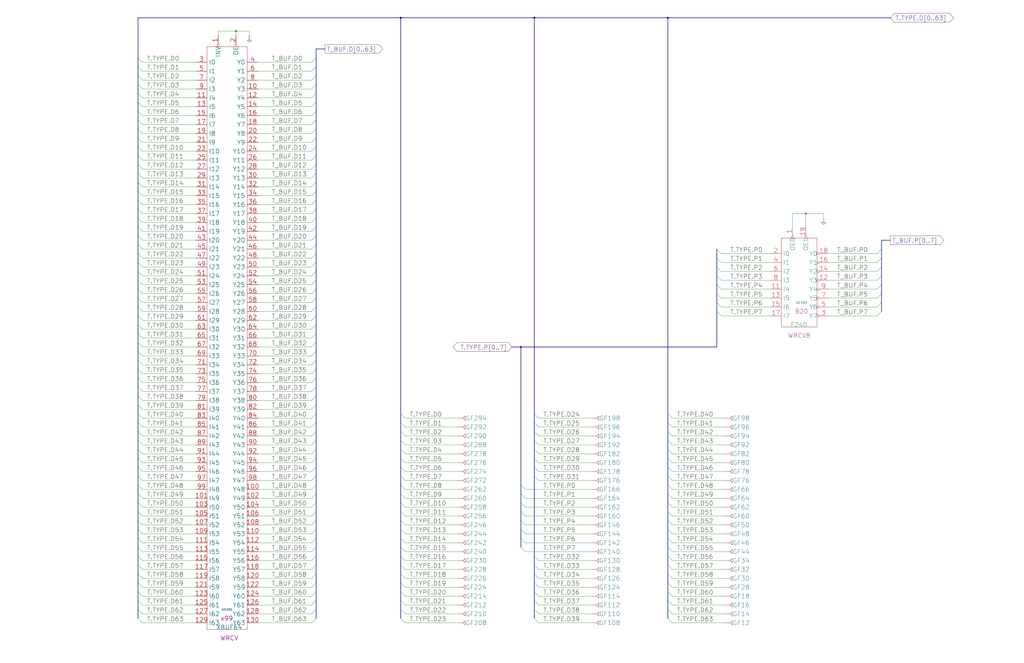
<source format=kicad_sch>
(kicad_sch (version 20211123) (generator eeschema)
  (paper "User" 584.2 378.46)
  (title_block (title "WRITE DATA REGISTER\\nINPUT BUFFER") (date "15-MAR-90") (rev "1.0") (comment 1 "TYPE") (comment 2 "232-003062") (comment 3 "S400") (comment 4 "RELEASED"))
  (bus (pts (xy 180.34 104.14) (xy 180.34 109.22)))
  (bus (pts (xy 180.34 109.22) (xy 180.34 114.3)))
  (bus (pts (xy 180.34 114.3) (xy 180.34 119.38)))
  (bus (pts (xy 180.34 119.38) (xy 180.34 124.46)))
  (bus (pts (xy 180.34 124.46) (xy 180.34 129.54)))
  (bus (pts (xy 180.34 129.54) (xy 180.34 134.62)))
  (bus (pts (xy 180.34 134.62) (xy 180.34 139.7)))
  (bus (pts (xy 180.34 139.7) (xy 180.34 144.78)))
  (bus (pts (xy 180.34 144.78) (xy 180.34 149.86)))
  (bus (pts (xy 180.34 149.86) (xy 180.34 154.94)))
  (bus (pts (xy 180.34 154.94) (xy 180.34 160.02)))
  (bus (pts (xy 180.34 160.02) (xy 180.34 165.1)))
  (bus (pts (xy 180.34 165.1) (xy 180.34 170.18)))
  (bus (pts (xy 180.34 170.18) (xy 180.34 175.26)))
  (bus (pts (xy 180.34 175.26) (xy 180.34 180.34)))
  (bus (pts (xy 180.34 180.34) (xy 180.34 185.42)))
  (bus (pts (xy 180.34 185.42) (xy 180.34 190.5)))
  (bus (pts (xy 180.34 190.5) (xy 180.34 195.58)))
  (bus (pts (xy 180.34 195.58) (xy 180.34 200.66)))
  (bus (pts (xy 180.34 200.66) (xy 180.34 205.74)))
  (bus (pts (xy 180.34 205.74) (xy 180.34 210.82)))
  (bus (pts (xy 180.34 210.82) (xy 180.34 215.9)))
  (bus (pts (xy 180.34 215.9) (xy 180.34 220.98)))
  (bus (pts (xy 180.34 220.98) (xy 180.34 226.06)))
  (bus (pts (xy 180.34 226.06) (xy 180.34 231.14)))
  (bus (pts (xy 180.34 231.14) (xy 180.34 236.22)))
  (bus (pts (xy 180.34 236.22) (xy 180.34 241.3)))
  (bus (pts (xy 180.34 241.3) (xy 180.34 246.38)))
  (bus (pts (xy 180.34 246.38) (xy 180.34 251.46)))
  (bus (pts (xy 180.34 251.46) (xy 180.34 256.54)))
  (bus (pts (xy 180.34 256.54) (xy 180.34 261.62)))
  (bus (pts (xy 180.34 261.62) (xy 180.34 266.7)))
  (bus (pts (xy 180.34 266.7) (xy 180.34 271.78)))
  (bus (pts (xy 180.34 27.94) (xy 180.34 33.02)))
  (bus (pts (xy 180.34 271.78) (xy 180.34 276.86)))
  (bus (pts (xy 180.34 276.86) (xy 180.34 281.94)))
  (bus (pts (xy 180.34 281.94) (xy 180.34 287.02)))
  (bus (pts (xy 180.34 287.02) (xy 180.34 292.1)))
  (bus (pts (xy 180.34 292.1) (xy 180.34 297.18)))
  (bus (pts (xy 180.34 297.18) (xy 180.34 302.26)))
  (bus (pts (xy 180.34 302.26) (xy 180.34 307.34)))
  (bus (pts (xy 180.34 307.34) (xy 180.34 312.42)))
  (bus (pts (xy 180.34 312.42) (xy 180.34 317.5)))
  (bus (pts (xy 180.34 317.5) (xy 180.34 322.58)))
  (bus (pts (xy 180.34 322.58) (xy 180.34 327.66)))
  (bus (pts (xy 180.34 327.66) (xy 180.34 332.74)))
  (bus (pts (xy 180.34 33.02) (xy 180.34 38.1)))
  (bus (pts (xy 180.34 332.74) (xy 180.34 337.82)))
  (bus (pts (xy 180.34 337.82) (xy 180.34 342.9)))
  (bus (pts (xy 180.34 342.9) (xy 180.34 347.98)))
  (bus (pts (xy 180.34 347.98) (xy 180.34 353.06)))
  (bus (pts (xy 180.34 38.1) (xy 180.34 43.18)))
  (bus (pts (xy 180.34 43.18) (xy 180.34 48.26)))
  (bus (pts (xy 180.34 48.26) (xy 180.34 53.34)))
  (bus (pts (xy 180.34 53.34) (xy 180.34 58.42)))
  (bus (pts (xy 180.34 58.42) (xy 180.34 63.5)))
  (bus (pts (xy 180.34 63.5) (xy 180.34 68.58)))
  (bus (pts (xy 180.34 68.58) (xy 180.34 73.66)))
  (bus (pts (xy 180.34 73.66) (xy 180.34 78.74)))
  (bus (pts (xy 180.34 78.74) (xy 180.34 83.82)))
  (bus (pts (xy 180.34 83.82) (xy 180.34 88.9)))
  (bus (pts (xy 180.34 88.9) (xy 180.34 93.98)))
  (bus (pts (xy 180.34 93.98) (xy 180.34 99.06)))
  (bus (pts (xy 180.34 99.06) (xy 180.34 104.14)))
  (bus (pts (xy 185.42 27.94) (xy 180.34 27.94)))
  (bus (pts (xy 228.6 10.16) (xy 228.6 236.22)))
  (bus (pts (xy 228.6 10.16) (xy 78.74 10.16)))
  (bus (pts (xy 228.6 236.22) (xy 228.6 241.3)))
  (bus (pts (xy 228.6 241.3) (xy 228.6 246.38)))
  (bus (pts (xy 228.6 246.38) (xy 228.6 251.46)))
  (bus (pts (xy 228.6 251.46) (xy 228.6 256.54)))
  (bus (pts (xy 228.6 256.54) (xy 228.6 261.62)))
  (bus (pts (xy 228.6 261.62) (xy 228.6 266.7)))
  (bus (pts (xy 228.6 266.7) (xy 228.6 271.78)))
  (bus (pts (xy 228.6 271.78) (xy 228.6 276.86)))
  (bus (pts (xy 228.6 276.86) (xy 228.6 281.94)))
  (bus (pts (xy 228.6 281.94) (xy 228.6 287.02)))
  (bus (pts (xy 228.6 287.02) (xy 228.6 292.1)))
  (bus (pts (xy 228.6 292.1) (xy 228.6 297.18)))
  (bus (pts (xy 228.6 297.18) (xy 228.6 302.26)))
  (bus (pts (xy 228.6 302.26) (xy 228.6 307.34)))
  (bus (pts (xy 228.6 307.34) (xy 228.6 312.42)))
  (bus (pts (xy 228.6 312.42) (xy 228.6 317.5)))
  (bus (pts (xy 228.6 317.5) (xy 228.6 322.58)))
  (bus (pts (xy 228.6 322.58) (xy 228.6 327.66)))
  (bus (pts (xy 228.6 327.66) (xy 228.6 332.74)))
  (bus (pts (xy 228.6 332.74) (xy 228.6 337.82)))
  (bus (pts (xy 228.6 337.82) (xy 228.6 342.9)))
  (bus (pts (xy 228.6 342.9) (xy 228.6 347.98)))
  (bus (pts (xy 228.6 347.98) (xy 228.6 353.06)))
  (bus (pts (xy 292.1 198.12) (xy 297.18 198.12)))
  (bus (pts (xy 297.18 198.12) (xy 297.18 276.86)))
  (bus (pts (xy 297.18 198.12) (xy 408.94 198.12)))
  (bus (pts (xy 297.18 276.86) (xy 297.18 281.94)))
  (bus (pts (xy 297.18 281.94) (xy 297.18 287.02)))
  (bus (pts (xy 297.18 287.02) (xy 297.18 292.1)))
  (bus (pts (xy 297.18 292.1) (xy 297.18 297.18)))
  (bus (pts (xy 297.18 297.18) (xy 297.18 302.26)))
  (bus (pts (xy 297.18 302.26) (xy 297.18 307.34)))
  (bus (pts (xy 297.18 307.34) (xy 297.18 312.42)))
  (bus (pts (xy 304.8 10.16) (xy 228.6 10.16)))
  (bus (pts (xy 304.8 10.16) (xy 304.8 236.22)))
  (bus (pts (xy 304.8 236.22) (xy 304.8 241.3)))
  (bus (pts (xy 304.8 241.3) (xy 304.8 246.38)))
  (bus (pts (xy 304.8 246.38) (xy 304.8 251.46)))
  (bus (pts (xy 304.8 251.46) (xy 304.8 256.54)))
  (bus (pts (xy 304.8 256.54) (xy 304.8 261.62)))
  (bus (pts (xy 304.8 261.62) (xy 304.8 266.7)))
  (bus (pts (xy 304.8 266.7) (xy 304.8 271.78)))
  (bus (pts (xy 304.8 271.78) (xy 304.8 317.5)))
  (bus (pts (xy 304.8 317.5) (xy 304.8 322.58)))
  (bus (pts (xy 304.8 322.58) (xy 304.8 327.66)))
  (bus (pts (xy 304.8 327.66) (xy 304.8 332.74)))
  (bus (pts (xy 304.8 332.74) (xy 304.8 337.82)))
  (bus (pts (xy 304.8 337.82) (xy 304.8 342.9)))
  (bus (pts (xy 304.8 342.9) (xy 304.8 347.98)))
  (bus (pts (xy 304.8 347.98) (xy 304.8 353.06)))
  (bus (pts (xy 381 10.16) (xy 304.8 10.16)))
  (bus (pts (xy 381 10.16) (xy 381 236.22)))
  (bus (pts (xy 381 236.22) (xy 381 241.3)))
  (bus (pts (xy 381 241.3) (xy 381 246.38)))
  (bus (pts (xy 381 246.38) (xy 381 251.46)))
  (bus (pts (xy 381 251.46) (xy 381 256.54)))
  (bus (pts (xy 381 256.54) (xy 381 261.62)))
  (bus (pts (xy 381 261.62) (xy 381 266.7)))
  (bus (pts (xy 381 266.7) (xy 381 271.78)))
  (bus (pts (xy 381 271.78) (xy 381 276.86)))
  (bus (pts (xy 381 276.86) (xy 381 281.94)))
  (bus (pts (xy 381 281.94) (xy 381 287.02)))
  (bus (pts (xy 381 287.02) (xy 381 292.1)))
  (bus (pts (xy 381 292.1) (xy 381 297.18)))
  (bus (pts (xy 381 297.18) (xy 381 302.26)))
  (bus (pts (xy 381 302.26) (xy 381 307.34)))
  (bus (pts (xy 381 307.34) (xy 381 312.42)))
  (bus (pts (xy 381 312.42) (xy 381 317.5)))
  (bus (pts (xy 381 317.5) (xy 381 322.58)))
  (bus (pts (xy 381 322.58) (xy 381 327.66)))
  (bus (pts (xy 381 327.66) (xy 381 332.74)))
  (bus (pts (xy 381 332.74) (xy 381 337.82)))
  (bus (pts (xy 381 337.82) (xy 381 342.9)))
  (bus (pts (xy 381 342.9) (xy 381 347.98)))
  (bus (pts (xy 381 347.98) (xy 381 353.06)))
  (bus (pts (xy 408.94 142.24) (xy 408.94 147.32)))
  (bus (pts (xy 408.94 147.32) (xy 408.94 152.4)))
  (bus (pts (xy 408.94 152.4) (xy 408.94 157.48)))
  (bus (pts (xy 408.94 157.48) (xy 408.94 162.56)))
  (bus (pts (xy 408.94 162.56) (xy 408.94 167.64)))
  (bus (pts (xy 408.94 167.64) (xy 408.94 172.72)))
  (bus (pts (xy 408.94 172.72) (xy 408.94 177.8)))
  (bus (pts (xy 408.94 177.8) (xy 408.94 198.12)))
  (bus (pts (xy 502.92 137.16) (xy 502.92 142.24)))
  (bus (pts (xy 502.92 137.16) (xy 508 137.16)))
  (bus (pts (xy 502.92 142.24) (xy 502.92 147.32)))
  (bus (pts (xy 502.92 147.32) (xy 502.92 152.4)))
  (bus (pts (xy 502.92 152.4) (xy 502.92 157.48)))
  (bus (pts (xy 502.92 157.48) (xy 502.92 162.56)))
  (bus (pts (xy 502.92 162.56) (xy 502.92 167.64)))
  (bus (pts (xy 502.92 167.64) (xy 502.92 172.72)))
  (bus (pts (xy 502.92 172.72) (xy 502.92 177.8)))
  (bus (pts (xy 508 10.16) (xy 381 10.16)))
  (bus (pts (xy 78.74 10.16) (xy 78.74 33.02)))
  (bus (pts (xy 78.74 104.14) (xy 78.74 109.22)))
  (bus (pts (xy 78.74 109.22) (xy 78.74 114.3)))
  (bus (pts (xy 78.74 114.3) (xy 78.74 119.38)))
  (bus (pts (xy 78.74 119.38) (xy 78.74 124.46)))
  (bus (pts (xy 78.74 124.46) (xy 78.74 129.54)))
  (bus (pts (xy 78.74 129.54) (xy 78.74 134.62)))
  (bus (pts (xy 78.74 134.62) (xy 78.74 139.7)))
  (bus (pts (xy 78.74 139.7) (xy 78.74 144.78)))
  (bus (pts (xy 78.74 144.78) (xy 78.74 149.86)))
  (bus (pts (xy 78.74 149.86) (xy 78.74 154.94)))
  (bus (pts (xy 78.74 154.94) (xy 78.74 160.02)))
  (bus (pts (xy 78.74 160.02) (xy 78.74 165.1)))
  (bus (pts (xy 78.74 165.1) (xy 78.74 170.18)))
  (bus (pts (xy 78.74 170.18) (xy 78.74 175.26)))
  (bus (pts (xy 78.74 175.26) (xy 78.74 180.34)))
  (bus (pts (xy 78.74 180.34) (xy 78.74 185.42)))
  (bus (pts (xy 78.74 185.42) (xy 78.74 190.5)))
  (bus (pts (xy 78.74 190.5) (xy 78.74 195.58)))
  (bus (pts (xy 78.74 195.58) (xy 78.74 200.66)))
  (bus (pts (xy 78.74 200.66) (xy 78.74 205.74)))
  (bus (pts (xy 78.74 205.74) (xy 78.74 210.82)))
  (bus (pts (xy 78.74 210.82) (xy 78.74 215.9)))
  (bus (pts (xy 78.74 215.9) (xy 78.74 220.98)))
  (bus (pts (xy 78.74 220.98) (xy 78.74 226.06)))
  (bus (pts (xy 78.74 226.06) (xy 78.74 231.14)))
  (bus (pts (xy 78.74 231.14) (xy 78.74 236.22)))
  (bus (pts (xy 78.74 236.22) (xy 78.74 241.3)))
  (bus (pts (xy 78.74 241.3) (xy 78.74 246.38)))
  (bus (pts (xy 78.74 246.38) (xy 78.74 251.46)))
  (bus (pts (xy 78.74 251.46) (xy 78.74 256.54)))
  (bus (pts (xy 78.74 256.54) (xy 78.74 261.62)))
  (bus (pts (xy 78.74 261.62) (xy 78.74 266.7)))
  (bus (pts (xy 78.74 266.7) (xy 78.74 271.78)))
  (bus (pts (xy 78.74 271.78) (xy 78.74 276.86)))
  (bus (pts (xy 78.74 276.86) (xy 78.74 281.94)))
  (bus (pts (xy 78.74 281.94) (xy 78.74 287.02)))
  (bus (pts (xy 78.74 287.02) (xy 78.74 292.1)))
  (bus (pts (xy 78.74 292.1) (xy 78.74 297.18)))
  (bus (pts (xy 78.74 297.18) (xy 78.74 302.26)))
  (bus (pts (xy 78.74 302.26) (xy 78.74 307.34)))
  (bus (pts (xy 78.74 307.34) (xy 78.74 312.42)))
  (bus (pts (xy 78.74 312.42) (xy 78.74 317.5)))
  (bus (pts (xy 78.74 317.5) (xy 78.74 322.58)))
  (bus (pts (xy 78.74 322.58) (xy 78.74 327.66)))
  (bus (pts (xy 78.74 327.66) (xy 78.74 332.74)))
  (bus (pts (xy 78.74 33.02) (xy 78.74 38.1)))
  (bus (pts (xy 78.74 332.74) (xy 78.74 337.82)))
  (bus (pts (xy 78.74 337.82) (xy 78.74 342.9)))
  (bus (pts (xy 78.74 342.9) (xy 78.74 347.98)))
  (bus (pts (xy 78.74 347.98) (xy 78.74 353.06)))
  (bus (pts (xy 78.74 38.1) (xy 78.74 43.18)))
  (bus (pts (xy 78.74 43.18) (xy 78.74 48.26)))
  (bus (pts (xy 78.74 48.26) (xy 78.74 53.34)))
  (bus (pts (xy 78.74 53.34) (xy 78.74 58.42)))
  (bus (pts (xy 78.74 58.42) (xy 78.74 63.5)))
  (bus (pts (xy 78.74 63.5) (xy 78.74 68.58)))
  (bus (pts (xy 78.74 68.58) (xy 78.74 73.66)))
  (bus (pts (xy 78.74 73.66) (xy 78.74 78.74)))
  (bus (pts (xy 78.74 78.74) (xy 78.74 83.82)))
  (bus (pts (xy 78.74 83.82) (xy 78.74 88.9)))
  (bus (pts (xy 78.74 88.9) (xy 78.74 93.98)))
  (bus (pts (xy 78.74 93.98) (xy 78.74 99.06)))
  (bus (pts (xy 78.74 99.06) (xy 78.74 104.14)))
  (wire (pts (xy 124.46 17.78) (xy 134.62 17.78)))
  (wire (pts (xy 124.46 20.32) (xy 124.46 17.78)))
  (wire (pts (xy 134.62 17.78) (xy 142.24 17.78)))
  (wire (pts (xy 134.62 20.32) (xy 134.62 17.78)))
  (wire (pts (xy 142.24 17.78) (xy 142.24 20.32)))
  (wire (pts (xy 147.32 101.6) (xy 177.8 101.6)))
  (wire (pts (xy 147.32 106.68) (xy 177.8 106.68)))
  (wire (pts (xy 147.32 111.76) (xy 177.8 111.76)))
  (wire (pts (xy 147.32 116.84) (xy 177.8 116.84)))
  (wire (pts (xy 147.32 121.92) (xy 177.8 121.92)))
  (wire (pts (xy 147.32 127) (xy 177.8 127)))
  (wire (pts (xy 147.32 132.08) (xy 177.8 132.08)))
  (wire (pts (xy 147.32 137.16) (xy 177.8 137.16)))
  (wire (pts (xy 147.32 142.24) (xy 177.8 142.24)))
  (wire (pts (xy 147.32 147.32) (xy 177.8 147.32)))
  (wire (pts (xy 147.32 152.4) (xy 177.8 152.4)))
  (wire (pts (xy 147.32 157.48) (xy 177.8 157.48)))
  (wire (pts (xy 147.32 162.56) (xy 177.8 162.56)))
  (wire (pts (xy 147.32 167.64) (xy 177.8 167.64)))
  (wire (pts (xy 147.32 172.72) (xy 177.8 172.72)))
  (wire (pts (xy 147.32 177.8) (xy 177.8 177.8)))
  (wire (pts (xy 147.32 182.88) (xy 177.8 182.88)))
  (wire (pts (xy 147.32 187.96) (xy 177.8 187.96)))
  (wire (pts (xy 147.32 193.04) (xy 177.8 193.04)))
  (wire (pts (xy 147.32 198.12) (xy 177.8 198.12)))
  (wire (pts (xy 147.32 203.2) (xy 177.8 203.2)))
  (wire (pts (xy 147.32 208.28) (xy 177.8 208.28)))
  (wire (pts (xy 147.32 213.36) (xy 177.8 213.36)))
  (wire (pts (xy 147.32 218.44) (xy 177.8 218.44)))
  (wire (pts (xy 147.32 223.52) (xy 177.8 223.52)))
  (wire (pts (xy 147.32 228.6) (xy 177.8 228.6)))
  (wire (pts (xy 147.32 233.68) (xy 177.8 233.68)))
  (wire (pts (xy 147.32 238.76) (xy 177.8 238.76)))
  (wire (pts (xy 147.32 243.84) (xy 177.8 243.84)))
  (wire (pts (xy 147.32 248.92) (xy 177.8 248.92)))
  (wire (pts (xy 147.32 254) (xy 177.8 254)))
  (wire (pts (xy 147.32 259.08) (xy 177.8 259.08)))
  (wire (pts (xy 147.32 264.16) (xy 177.8 264.16)))
  (wire (pts (xy 147.32 269.24) (xy 177.8 269.24)))
  (wire (pts (xy 147.32 274.32) (xy 177.8 274.32)))
  (wire (pts (xy 147.32 279.4) (xy 177.8 279.4)))
  (wire (pts (xy 147.32 284.48) (xy 177.8 284.48)))
  (wire (pts (xy 147.32 289.56) (xy 177.8 289.56)))
  (wire (pts (xy 147.32 294.64) (xy 177.8 294.64)))
  (wire (pts (xy 147.32 299.72) (xy 177.8 299.72)))
  (wire (pts (xy 147.32 304.8) (xy 177.8 304.8)))
  (wire (pts (xy 147.32 309.88) (xy 177.8 309.88)))
  (wire (pts (xy 147.32 314.96) (xy 177.8 314.96)))
  (wire (pts (xy 147.32 320.04) (xy 177.8 320.04)))
  (wire (pts (xy 147.32 325.12) (xy 177.8 325.12)))
  (wire (pts (xy 147.32 330.2) (xy 177.8 330.2)))
  (wire (pts (xy 147.32 335.28) (xy 177.8 335.28)))
  (wire (pts (xy 147.32 340.36) (xy 177.8 340.36)))
  (wire (pts (xy 147.32 345.44) (xy 177.8 345.44)))
  (wire (pts (xy 147.32 35.56) (xy 177.8 35.56)))
  (wire (pts (xy 147.32 350.52) (xy 177.8 350.52)))
  (wire (pts (xy 147.32 355.6) (xy 177.8 355.6)))
  (wire (pts (xy 147.32 40.64) (xy 177.8 40.64)))
  (wire (pts (xy 147.32 45.72) (xy 177.8 45.72)))
  (wire (pts (xy 147.32 50.8) (xy 177.8 50.8)))
  (wire (pts (xy 147.32 55.88) (xy 177.8 55.88)))
  (wire (pts (xy 147.32 60.96) (xy 177.8 60.96)))
  (wire (pts (xy 147.32 66.04) (xy 177.8 66.04)))
  (wire (pts (xy 147.32 71.12) (xy 177.8 71.12)))
  (wire (pts (xy 147.32 76.2) (xy 177.8 76.2)))
  (wire (pts (xy 147.32 81.28) (xy 177.8 81.28)))
  (wire (pts (xy 147.32 86.36) (xy 177.8 86.36)))
  (wire (pts (xy 147.32 91.44) (xy 177.8 91.44)))
  (wire (pts (xy 147.32 96.52) (xy 177.8 96.52)))
  (wire (pts (xy 231.14 238.76) (xy 261.62 238.76)))
  (wire (pts (xy 231.14 243.84) (xy 261.62 243.84)))
  (wire (pts (xy 231.14 248.92) (xy 261.62 248.92)))
  (wire (pts (xy 231.14 254) (xy 261.62 254)))
  (wire (pts (xy 231.14 259.08) (xy 261.62 259.08)))
  (wire (pts (xy 231.14 264.16) (xy 261.62 264.16)))
  (wire (pts (xy 231.14 269.24) (xy 261.62 269.24)))
  (wire (pts (xy 231.14 274.32) (xy 261.62 274.32)))
  (wire (pts (xy 231.14 279.4) (xy 261.62 279.4)))
  (wire (pts (xy 231.14 284.48) (xy 261.62 284.48)))
  (wire (pts (xy 231.14 289.56) (xy 261.62 289.56)))
  (wire (pts (xy 231.14 294.64) (xy 261.62 294.64)))
  (wire (pts (xy 231.14 299.72) (xy 261.62 299.72)))
  (wire (pts (xy 231.14 304.8) (xy 261.62 304.8)))
  (wire (pts (xy 231.14 309.88) (xy 261.62 309.88)))
  (wire (pts (xy 231.14 314.96) (xy 261.62 314.96)))
  (wire (pts (xy 231.14 320.04) (xy 261.62 320.04)))
  (wire (pts (xy 231.14 325.12) (xy 261.62 325.12)))
  (wire (pts (xy 231.14 330.2) (xy 261.62 330.2)))
  (wire (pts (xy 231.14 335.28) (xy 261.62 335.28)))
  (wire (pts (xy 231.14 340.36) (xy 261.62 340.36)))
  (wire (pts (xy 231.14 345.44) (xy 261.62 345.44)))
  (wire (pts (xy 231.14 350.52) (xy 261.62 350.52)))
  (wire (pts (xy 231.14 355.6) (xy 261.62 355.6)))
  (wire (pts (xy 299.72 279.4) (xy 337.82 279.4)))
  (wire (pts (xy 299.72 284.48) (xy 337.82 284.48)))
  (wire (pts (xy 299.72 289.56) (xy 337.82 289.56)))
  (wire (pts (xy 299.72 294.64) (xy 337.82 294.64)))
  (wire (pts (xy 299.72 299.72) (xy 337.82 299.72)))
  (wire (pts (xy 299.72 304.8) (xy 337.82 304.8)))
  (wire (pts (xy 299.72 309.88) (xy 337.82 309.88)))
  (wire (pts (xy 299.72 314.96) (xy 337.82 314.96)))
  (wire (pts (xy 307.34 238.76) (xy 337.82 238.76)))
  (wire (pts (xy 307.34 243.84) (xy 337.82 243.84)))
  (wire (pts (xy 307.34 248.92) (xy 337.82 248.92)))
  (wire (pts (xy 307.34 254) (xy 337.82 254)))
  (wire (pts (xy 307.34 259.08) (xy 337.82 259.08)))
  (wire (pts (xy 307.34 264.16) (xy 337.82 264.16)))
  (wire (pts (xy 307.34 269.24) (xy 337.82 269.24)))
  (wire (pts (xy 307.34 274.32) (xy 337.82 274.32)))
  (wire (pts (xy 307.34 320.04) (xy 337.82 320.04)))
  (wire (pts (xy 307.34 325.12) (xy 337.82 325.12)))
  (wire (pts (xy 307.34 330.2) (xy 337.82 330.2)))
  (wire (pts (xy 307.34 335.28) (xy 337.82 335.28)))
  (wire (pts (xy 307.34 340.36) (xy 337.82 340.36)))
  (wire (pts (xy 307.34 345.44) (xy 337.82 345.44)))
  (wire (pts (xy 307.34 350.52) (xy 337.82 350.52)))
  (wire (pts (xy 307.34 355.6) (xy 337.82 355.6)))
  (wire (pts (xy 383.54 238.76) (xy 414.02 238.76)))
  (wire (pts (xy 383.54 243.84) (xy 414.02 243.84)))
  (wire (pts (xy 383.54 248.92) (xy 414.02 248.92)))
  (wire (pts (xy 383.54 254) (xy 414.02 254)))
  (wire (pts (xy 383.54 259.08) (xy 414.02 259.08)))
  (wire (pts (xy 383.54 264.16) (xy 414.02 264.16)))
  (wire (pts (xy 383.54 269.24) (xy 414.02 269.24)))
  (wire (pts (xy 383.54 274.32) (xy 414.02 274.32)))
  (wire (pts (xy 383.54 279.4) (xy 414.02 279.4)))
  (wire (pts (xy 383.54 284.48) (xy 414.02 284.48)))
  (wire (pts (xy 383.54 289.56) (xy 414.02 289.56)))
  (wire (pts (xy 383.54 294.64) (xy 414.02 294.64)))
  (wire (pts (xy 383.54 299.72) (xy 414.02 299.72)))
  (wire (pts (xy 383.54 304.8) (xy 414.02 304.8)))
  (wire (pts (xy 383.54 309.88) (xy 414.02 309.88)))
  (wire (pts (xy 383.54 314.96) (xy 414.02 314.96)))
  (wire (pts (xy 383.54 320.04) (xy 414.02 320.04)))
  (wire (pts (xy 383.54 325.12) (xy 414.02 325.12)))
  (wire (pts (xy 383.54 330.2) (xy 414.02 330.2)))
  (wire (pts (xy 383.54 335.28) (xy 414.02 335.28)))
  (wire (pts (xy 383.54 340.36) (xy 414.02 340.36)))
  (wire (pts (xy 383.54 345.44) (xy 414.02 345.44)))
  (wire (pts (xy 383.54 350.52) (xy 414.02 350.52)))
  (wire (pts (xy 383.54 355.6) (xy 414.02 355.6)))
  (wire (pts (xy 411.48 144.78) (xy 439.42 144.78)))
  (wire (pts (xy 411.48 149.86) (xy 439.42 149.86)))
  (wire (pts (xy 411.48 154.94) (xy 439.42 154.94)))
  (wire (pts (xy 411.48 160.02) (xy 439.42 160.02)))
  (wire (pts (xy 411.48 165.1) (xy 439.42 165.1)))
  (wire (pts (xy 411.48 170.18) (xy 439.42 170.18)))
  (wire (pts (xy 411.48 175.26) (xy 439.42 175.26)))
  (wire (pts (xy 411.48 180.34) (xy 439.42 180.34)))
  (wire (pts (xy 452.12 121.92) (xy 459.74 121.92)))
  (wire (pts (xy 452.12 129.54) (xy 452.12 121.92)))
  (wire (pts (xy 459.74 121.92) (xy 469.9 121.92)))
  (wire (pts (xy 459.74 129.54) (xy 459.74 121.92)))
  (wire (pts (xy 469.9 121.92) (xy 469.9 124.46)))
  (wire (pts (xy 472.44 144.78) (xy 500.38 144.78)))
  (wire (pts (xy 472.44 149.86) (xy 500.38 149.86)))
  (wire (pts (xy 472.44 154.94) (xy 500.38 154.94)))
  (wire (pts (xy 472.44 160.02) (xy 500.38 160.02)))
  (wire (pts (xy 472.44 165.1) (xy 500.38 165.1)))
  (wire (pts (xy 472.44 170.18) (xy 500.38 170.18)))
  (wire (pts (xy 472.44 175.26) (xy 500.38 175.26)))
  (wire (pts (xy 472.44 180.34) (xy 500.38 180.34)))
  (wire (pts (xy 81.28 101.6) (xy 111.76 101.6)))
  (wire (pts (xy 81.28 106.68) (xy 111.76 106.68)))
  (wire (pts (xy 81.28 111.76) (xy 111.76 111.76)))
  (wire (pts (xy 81.28 116.84) (xy 111.76 116.84)))
  (wire (pts (xy 81.28 121.92) (xy 111.76 121.92)))
  (wire (pts (xy 81.28 127) (xy 111.76 127)))
  (wire (pts (xy 81.28 132.08) (xy 111.76 132.08)))
  (wire (pts (xy 81.28 137.16) (xy 111.76 137.16)))
  (wire (pts (xy 81.28 142.24) (xy 111.76 142.24)))
  (wire (pts (xy 81.28 147.32) (xy 111.76 147.32)))
  (wire (pts (xy 81.28 152.4) (xy 111.76 152.4)))
  (wire (pts (xy 81.28 157.48) (xy 111.76 157.48)))
  (wire (pts (xy 81.28 162.56) (xy 111.76 162.56)))
  (wire (pts (xy 81.28 167.64) (xy 111.76 167.64)))
  (wire (pts (xy 81.28 172.72) (xy 111.76 172.72)))
  (wire (pts (xy 81.28 177.8) (xy 111.76 177.8)))
  (wire (pts (xy 81.28 182.88) (xy 111.76 182.88)))
  (wire (pts (xy 81.28 187.96) (xy 111.76 187.96)))
  (wire (pts (xy 81.28 193.04) (xy 111.76 193.04)))
  (wire (pts (xy 81.28 198.12) (xy 111.76 198.12)))
  (wire (pts (xy 81.28 203.2) (xy 111.76 203.2)))
  (wire (pts (xy 81.28 208.28) (xy 111.76 208.28)))
  (wire (pts (xy 81.28 213.36) (xy 111.76 213.36)))
  (wire (pts (xy 81.28 218.44) (xy 111.76 218.44)))
  (wire (pts (xy 81.28 223.52) (xy 111.76 223.52)))
  (wire (pts (xy 81.28 228.6) (xy 111.76 228.6)))
  (wire (pts (xy 81.28 233.68) (xy 111.76 233.68)))
  (wire (pts (xy 81.28 238.76) (xy 111.76 238.76)))
  (wire (pts (xy 81.28 243.84) (xy 111.76 243.84)))
  (wire (pts (xy 81.28 248.92) (xy 111.76 248.92)))
  (wire (pts (xy 81.28 254) (xy 111.76 254)))
  (wire (pts (xy 81.28 259.08) (xy 111.76 259.08)))
  (wire (pts (xy 81.28 264.16) (xy 111.76 264.16)))
  (wire (pts (xy 81.28 269.24) (xy 111.76 269.24)))
  (wire (pts (xy 81.28 274.32) (xy 111.76 274.32)))
  (wire (pts (xy 81.28 279.4) (xy 111.76 279.4)))
  (wire (pts (xy 81.28 284.48) (xy 111.76 284.48)))
  (wire (pts (xy 81.28 289.56) (xy 111.76 289.56)))
  (wire (pts (xy 81.28 294.64) (xy 111.76 294.64)))
  (wire (pts (xy 81.28 299.72) (xy 111.76 299.72)))
  (wire (pts (xy 81.28 304.8) (xy 111.76 304.8)))
  (wire (pts (xy 81.28 309.88) (xy 111.76 309.88)))
  (wire (pts (xy 81.28 314.96) (xy 111.76 314.96)))
  (wire (pts (xy 81.28 320.04) (xy 111.76 320.04)))
  (wire (pts (xy 81.28 325.12) (xy 111.76 325.12)))
  (wire (pts (xy 81.28 330.2) (xy 111.76 330.2)))
  (wire (pts (xy 81.28 335.28) (xy 111.76 335.28)))
  (wire (pts (xy 81.28 340.36) (xy 111.76 340.36)))
  (wire (pts (xy 81.28 345.44) (xy 111.76 345.44)))
  (wire (pts (xy 81.28 35.56) (xy 111.76 35.56)))
  (wire (pts (xy 81.28 350.52) (xy 111.76 350.52)))
  (wire (pts (xy 81.28 355.6) (xy 111.76 355.6)))
  (wire (pts (xy 81.28 40.64) (xy 111.76 40.64)))
  (wire (pts (xy 81.28 45.72) (xy 111.76 45.72)))
  (wire (pts (xy 81.28 50.8) (xy 111.76 50.8)))
  (wire (pts (xy 81.28 55.88) (xy 111.76 55.88)))
  (wire (pts (xy 81.28 60.96) (xy 111.76 60.96)))
  (wire (pts (xy 81.28 66.04) (xy 111.76 66.04)))
  (wire (pts (xy 81.28 71.12) (xy 111.76 71.12)))
  (wire (pts (xy 81.28 76.2) (xy 111.76 76.2)))
  (wire (pts (xy 81.28 81.28) (xy 111.76 81.28)))
  (wire (pts (xy 81.28 86.36) (xy 111.76 86.36)))
  (wire (pts (xy 81.28 91.44) (xy 111.76 91.44)))
  (wire (pts (xy 81.28 96.52) (xy 111.76 96.52)))
  (bus_entry (at 78.74 33.02) (size 2.54 2.54))
  (bus_entry (at 78.74 38.1) (size 2.54 2.54))
  (bus_entry (at 78.74 43.18) (size 2.54 2.54))
  (bus_entry (at 78.74 48.26) (size 2.54 2.54))
  (bus_entry (at 78.74 53.34) (size 2.54 2.54))
  (bus_entry (at 78.74 58.42) (size 2.54 2.54))
  (bus_entry (at 78.74 63.5) (size 2.54 2.54))
  (bus_entry (at 78.74 68.58) (size 2.54 2.54))
  (bus_entry (at 78.74 73.66) (size 2.54 2.54))
  (bus_entry (at 78.74 78.74) (size 2.54 2.54))
  (bus_entry (at 78.74 83.82) (size 2.54 2.54))
  (bus_entry (at 78.74 88.9) (size 2.54 2.54))
  (bus_entry (at 78.74 93.98) (size 2.54 2.54))
  (bus_entry (at 78.74 99.06) (size 2.54 2.54))
  (bus_entry (at 78.74 104.14) (size 2.54 2.54))
  (bus_entry (at 78.74 109.22) (size 2.54 2.54))
  (bus_entry (at 78.74 114.3) (size 2.54 2.54))
  (bus_entry (at 78.74 119.38) (size 2.54 2.54))
  (bus_entry (at 78.74 124.46) (size 2.54 2.54))
  (bus_entry (at 78.74 129.54) (size 2.54 2.54))
  (bus_entry (at 78.74 134.62) (size 2.54 2.54))
  (bus_entry (at 78.74 139.7) (size 2.54 2.54))
  (bus_entry (at 78.74 144.78) (size 2.54 2.54))
  (bus_entry (at 78.74 149.86) (size 2.54 2.54))
  (bus_entry (at 78.74 154.94) (size 2.54 2.54))
  (bus_entry (at 78.74 160.02) (size 2.54 2.54))
  (bus_entry (at 78.74 165.1) (size 2.54 2.54))
  (bus_entry (at 78.74 170.18) (size 2.54 2.54))
  (bus_entry (at 78.74 175.26) (size 2.54 2.54))
  (bus_entry (at 78.74 180.34) (size 2.54 2.54))
  (bus_entry (at 78.74 185.42) (size 2.54 2.54))
  (bus_entry (at 78.74 190.5) (size 2.54 2.54))
  (bus_entry (at 78.74 195.58) (size 2.54 2.54))
  (bus_entry (at 78.74 200.66) (size 2.54 2.54))
  (bus_entry (at 78.74 205.74) (size 2.54 2.54))
  (bus_entry (at 78.74 210.82) (size 2.54 2.54))
  (bus_entry (at 78.74 215.9) (size 2.54 2.54))
  (bus_entry (at 78.74 220.98) (size 2.54 2.54))
  (bus_entry (at 78.74 226.06) (size 2.54 2.54))
  (bus_entry (at 78.74 231.14) (size 2.54 2.54))
  (bus_entry (at 78.74 236.22) (size 2.54 2.54))
  (bus_entry (at 78.74 241.3) (size 2.54 2.54))
  (bus_entry (at 78.74 246.38) (size 2.54 2.54))
  (bus_entry (at 78.74 251.46) (size 2.54 2.54))
  (bus_entry (at 78.74 256.54) (size 2.54 2.54))
  (bus_entry (at 78.74 261.62) (size 2.54 2.54))
  (bus_entry (at 78.74 266.7) (size 2.54 2.54))
  (bus_entry (at 78.74 271.78) (size 2.54 2.54))
  (bus_entry (at 78.74 276.86) (size 2.54 2.54))
  (bus_entry (at 78.74 281.94) (size 2.54 2.54))
  (bus_entry (at 78.74 287.02) (size 2.54 2.54))
  (bus_entry (at 78.74 292.1) (size 2.54 2.54))
  (bus_entry (at 78.74 297.18) (size 2.54 2.54))
  (bus_entry (at 78.74 302.26) (size 2.54 2.54))
  (bus_entry (at 78.74 307.34) (size 2.54 2.54))
  (bus_entry (at 78.74 312.42) (size 2.54 2.54))
  (bus_entry (at 78.74 317.5) (size 2.54 2.54))
  (bus_entry (at 78.74 322.58) (size 2.54 2.54))
  (bus_entry (at 78.74 327.66) (size 2.54 2.54))
  (bus_entry (at 78.74 332.74) (size 2.54 2.54))
  (bus_entry (at 78.74 337.82) (size 2.54 2.54))
  (bus_entry (at 78.74 342.9) (size 2.54 2.54))
  (bus_entry (at 78.74 347.98) (size 2.54 2.54))
  (bus_entry (at 78.74 353.06) (size 2.54 2.54))
  (label "T.TYPE.D0" (at 83.82 35.56 0) (effects (font (size 2.54 2.54))))
  (label "T.TYPE.D1" (at 83.82 40.64 0) (effects (font (size 2.54 2.54))))
  (label "T.TYPE.D2" (at 83.82 45.72 0) (effects (font (size 2.54 2.54))))
  (label "T.TYPE.D3" (at 83.82 50.8 0) (effects (font (size 2.54 2.54))))
  (label "T.TYPE.D4" (at 83.82 55.88 0) (effects (font (size 2.54 2.54))))
  (label "T.TYPE.D5" (at 83.82 60.96 0) (effects (font (size 2.54 2.54))))
  (label "T.TYPE.D6" (at 83.82 66.04 0) (effects (font (size 2.54 2.54))))
  (label "T.TYPE.D7" (at 83.82 71.12 0) (effects (font (size 2.54 2.54))))
  (label "T.TYPE.D8" (at 83.82 76.2 0) (effects (font (size 2.54 2.54))))
  (label "T.TYPE.D9" (at 83.82 81.28 0) (effects (font (size 2.54 2.54))))
  (label "T.TYPE.D10" (at 83.82 86.36 0) (effects (font (size 2.54 2.54))))
  (label "T.TYPE.D11" (at 83.82 91.44 0) (effects (font (size 2.54 2.54))))
  (label "T.TYPE.D12" (at 83.82 96.52 0) (effects (font (size 2.54 2.54))))
  (label "T.TYPE.D13" (at 83.82 101.6 0) (effects (font (size 2.54 2.54))))
  (label "T.TYPE.D14" (at 83.82 106.68 0) (effects (font (size 2.54 2.54))))
  (label "T.TYPE.D15" (at 83.82 111.76 0) (effects (font (size 2.54 2.54))))
  (label "T.TYPE.D16" (at 83.82 116.84 0) (effects (font (size 2.54 2.54))))
  (label "T.TYPE.D17" (at 83.82 121.92 0) (effects (font (size 2.54 2.54))))
  (label "T.TYPE.D18" (at 83.82 127 0) (effects (font (size 2.54 2.54))))
  (label "T.TYPE.D19" (at 83.82 132.08 0) (effects (font (size 2.54 2.54))))
  (label "T.TYPE.D20" (at 83.82 137.16 0) (effects (font (size 2.54 2.54))))
  (label "T.TYPE.D21" (at 83.82 142.24 0) (effects (font (size 2.54 2.54))))
  (label "T.TYPE.D22" (at 83.82 147.32 0) (effects (font (size 2.54 2.54))))
  (label "T.TYPE.D23" (at 83.82 152.4 0) (effects (font (size 2.54 2.54))))
  (label "T.TYPE.D24" (at 83.82 157.48 0) (effects (font (size 2.54 2.54))))
  (label "T.TYPE.D25" (at 83.82 162.56 0) (effects (font (size 2.54 2.54))))
  (label "T.TYPE.D26" (at 83.82 167.64 0) (effects (font (size 2.54 2.54))))
  (label "T.TYPE.D27" (at 83.82 172.72 0) (effects (font (size 2.54 2.54))))
  (label "T.TYPE.D28" (at 83.82 177.8 0) (effects (font (size 2.54 2.54))))
  (label "T.TYPE.D29" (at 83.82 182.88 0) (effects (font (size 2.54 2.54))))
  (label "T.TYPE.D30" (at 83.82 187.96 0) (effects (font (size 2.54 2.54))))
  (label "T.TYPE.D31" (at 83.82 193.04 0) (effects (font (size 2.54 2.54))))
  (label "T.TYPE.D32" (at 83.82 198.12 0) (effects (font (size 2.54 2.54))))
  (label "T.TYPE.D33" (at 83.82 203.2 0) (effects (font (size 2.54 2.54))))
  (label "T.TYPE.D34" (at 83.82 208.28 0) (effects (font (size 2.54 2.54))))
  (label "T.TYPE.D35" (at 83.82 213.36 0) (effects (font (size 2.54 2.54))))
  (label "T.TYPE.D36" (at 83.82 218.44 0) (effects (font (size 2.54 2.54))))
  (label "T.TYPE.D37" (at 83.82 223.52 0) (effects (font (size 2.54 2.54))))
  (label "T.TYPE.D38" (at 83.82 228.6 0) (effects (font (size 2.54 2.54))))
  (label "T.TYPE.D39" (at 83.82 233.68 0) (effects (font (size 2.54 2.54))))
  (label "T.TYPE.D40" (at 83.82 238.76 0) (effects (font (size 2.54 2.54))))
  (label "T.TYPE.D41" (at 83.82 243.84 0) (effects (font (size 2.54 2.54))))
  (label "T.TYPE.D42" (at 83.82 248.92 0) (effects (font (size 2.54 2.54))))
  (label "T.TYPE.D43" (at 83.82 254 0) (effects (font (size 2.54 2.54))))
  (label "T.TYPE.D44" (at 83.82 259.08 0) (effects (font (size 2.54 2.54))))
  (label "T.TYPE.D45" (at 83.82 264.16 0) (effects (font (size 2.54 2.54))))
  (label "T.TYPE.D46" (at 83.82 269.24 0) (effects (font (size 2.54 2.54))))
  (label "T.TYPE.D47" (at 83.82 274.32 0) (effects (font (size 2.54 2.54))))
  (label "T.TYPE.D48" (at 83.82 279.4 0) (effects (font (size 2.54 2.54))))
  (label "T.TYPE.D49" (at 83.82 284.48 0) (effects (font (size 2.54 2.54))))
  (label "T.TYPE.D50" (at 83.82 289.56 0) (effects (font (size 2.54 2.54))))
  (label "T.TYPE.D51" (at 83.82 294.64 0) (effects (font (size 2.54 2.54))))
  (label "T.TYPE.D52" (at 83.82 299.72 0) (effects (font (size 2.54 2.54))))
  (label "T.TYPE.D53" (at 83.82 304.8 0) (effects (font (size 2.54 2.54))))
  (label "T.TYPE.D54" (at 83.82 309.88 0) (effects (font (size 2.54 2.54))))
  (label "T.TYPE.D55" (at 83.82 314.96 0) (effects (font (size 2.54 2.54))))
  (label "T.TYPE.D56" (at 83.82 320.04 0) (effects (font (size 2.54 2.54))))
  (label "T.TYPE.D57" (at 83.82 325.12 0) (effects (font (size 2.54 2.54))))
  (label "T.TYPE.D58" (at 83.82 330.2 0) (effects (font (size 2.54 2.54))))
  (label "T.TYPE.D59" (at 83.82 335.28 0) (effects (font (size 2.54 2.54))))
  (label "T.TYPE.D60" (at 83.82 340.36 0) (effects (font (size 2.54 2.54))))
  (label "T.TYPE.D61" (at 83.82 345.44 0) (effects (font (size 2.54 2.54))))
  (label "T.TYPE.D62" (at 83.82 350.52 0) (effects (font (size 2.54 2.54))))
  (label "T.TYPE.D63" (at 83.82 355.6 0) (effects (font (size 2.54 2.54))))
  (symbol (lib_id "r1000:XBUF64") (at 127 353.06 0) (unit 1)
    (property "Reference" "U1401" (at 129.54 347.98 0))
    (property "Value" "XBUF64" (at 123.19 358.14 0) (effects (font (size 2.54 2.54)) (justify left)))
    (property "Location" "x99" (at 125.73 353.06 0) (effects (font (size 2.54 2.54)) (justify left)))
    (property "Name" "WRCV" (at 130.81 365.76 0) (effects (font (size 2.54 2.54)) (justify bottom)))
  )
  (junction (at 134.62 17.78))
  (symbol (lib_id "r1000:PD") (at 142.24 20.32 0) (unit 1) (in_bom no)
    (property "Reference" "#PWR01401" (effects hide))
    (property "Value" "PD" (effects hide))
  )
  (label "T_BUF.D0" (at 154.94 35.56 0) (effects (font (size 2.54 2.54))))
  (label "T_BUF.D1" (at 154.94 40.64 0) (effects (font (size 2.54 2.54))))
  (label "T_BUF.D2" (at 154.94 45.72 0) (effects (font (size 2.54 2.54))))
  (label "T_BUF.D3" (at 154.94 50.8 0) (effects (font (size 2.54 2.54))))
  (label "T_BUF.D4" (at 154.94 55.88 0) (effects (font (size 2.54 2.54))))
  (label "T_BUF.D5" (at 154.94 60.96 0) (effects (font (size 2.54 2.54))))
  (label "T_BUF.D6" (at 154.94 66.04 0) (effects (font (size 2.54 2.54))))
  (label "T_BUF.D7" (at 154.94 71.12 0) (effects (font (size 2.54 2.54))))
  (label "T_BUF.D8" (at 154.94 76.2 0) (effects (font (size 2.54 2.54))))
  (label "T_BUF.D9" (at 154.94 81.28 0) (effects (font (size 2.54 2.54))))
  (label "T_BUF.D10" (at 154.94 86.36 0) (effects (font (size 2.54 2.54))))
  (label "T_BUF.D11" (at 154.94 91.44 0) (effects (font (size 2.54 2.54))))
  (label "T_BUF.D12" (at 154.94 96.52 0) (effects (font (size 2.54 2.54))))
  (label "T_BUF.D13" (at 154.94 101.6 0) (effects (font (size 2.54 2.54))))
  (label "T_BUF.D14" (at 154.94 106.68 0) (effects (font (size 2.54 2.54))))
  (label "T_BUF.D15" (at 154.94 111.76 0) (effects (font (size 2.54 2.54))))
  (label "T_BUF.D16" (at 154.94 116.84 0) (effects (font (size 2.54 2.54))))
  (label "T_BUF.D17" (at 154.94 121.92 0) (effects (font (size 2.54 2.54))))
  (label "T_BUF.D18" (at 154.94 127 0) (effects (font (size 2.54 2.54))))
  (label "T_BUF.D19" (at 154.94 132.08 0) (effects (font (size 2.54 2.54))))
  (label "T_BUF.D20" (at 154.94 137.16 0) (effects (font (size 2.54 2.54))))
  (label "T_BUF.D21" (at 154.94 142.24 0) (effects (font (size 2.54 2.54))))
  (label "T_BUF.D22" (at 154.94 147.32 0) (effects (font (size 2.54 2.54))))
  (label "T_BUF.D23" (at 154.94 152.4 0) (effects (font (size 2.54 2.54))))
  (label "T_BUF.D24" (at 154.94 157.48 0) (effects (font (size 2.54 2.54))))
  (label "T_BUF.D25" (at 154.94 162.56 0) (effects (font (size 2.54 2.54))))
  (label "T_BUF.D26" (at 154.94 167.64 0) (effects (font (size 2.54 2.54))))
  (label "T_BUF.D27" (at 154.94 172.72 0) (effects (font (size 2.54 2.54))))
  (label "T_BUF.D28" (at 154.94 177.8 0) (effects (font (size 2.54 2.54))))
  (label "T_BUF.D29" (at 154.94 182.88 0) (effects (font (size 2.54 2.54))))
  (label "T_BUF.D30" (at 154.94 187.96 0) (effects (font (size 2.54 2.54))))
  (label "T_BUF.D31" (at 154.94 193.04 0) (effects (font (size 2.54 2.54))))
  (label "T_BUF.D32" (at 154.94 198.12 0) (effects (font (size 2.54 2.54))))
  (label "T_BUF.D33" (at 154.94 203.2 0) (effects (font (size 2.54 2.54))))
  (label "T_BUF.D34" (at 154.94 208.28 0) (effects (font (size 2.54 2.54))))
  (label "T_BUF.D35" (at 154.94 213.36 0) (effects (font (size 2.54 2.54))))
  (label "T_BUF.D36" (at 154.94 218.44 0) (effects (font (size 2.54 2.54))))
  (label "T_BUF.D37" (at 154.94 223.52 0) (effects (font (size 2.54 2.54))))
  (label "T_BUF.D38" (at 154.94 228.6 0) (effects (font (size 2.54 2.54))))
  (label "T_BUF.D39" (at 154.94 233.68 0) (effects (font (size 2.54 2.54))))
  (label "T_BUF.D40" (at 154.94 238.76 0) (effects (font (size 2.54 2.54))))
  (label "T_BUF.D41" (at 154.94 243.84 0) (effects (font (size 2.54 2.54))))
  (label "T_BUF.D42" (at 154.94 248.92 0) (effects (font (size 2.54 2.54))))
  (label "T_BUF.D43" (at 154.94 254 0) (effects (font (size 2.54 2.54))))
  (label "T_BUF.D44" (at 154.94 259.08 0) (effects (font (size 2.54 2.54))))
  (label "T_BUF.D45" (at 154.94 264.16 0) (effects (font (size 2.54 2.54))))
  (label "T_BUF.D46" (at 154.94 269.24 0) (effects (font (size 2.54 2.54))))
  (label "T_BUF.D47" (at 154.94 274.32 0) (effects (font (size 2.54 2.54))))
  (label "T_BUF.D48" (at 154.94 279.4 0) (effects (font (size 2.54 2.54))))
  (label "T_BUF.D49" (at 154.94 284.48 0) (effects (font (size 2.54 2.54))))
  (label "T_BUF.D50" (at 154.94 289.56 0) (effects (font (size 2.54 2.54))))
  (label "T_BUF.D51" (at 154.94 294.64 0) (effects (font (size 2.54 2.54))))
  (label "T_BUF.D52" (at 154.94 299.72 0) (effects (font (size 2.54 2.54))))
  (label "T_BUF.D53" (at 154.94 304.8 0) (effects (font (size 2.54 2.54))))
  (label "T_BUF.D54" (at 154.94 309.88 0) (effects (font (size 2.54 2.54))))
  (label "T_BUF.D55" (at 154.94 314.96 0) (effects (font (size 2.54 2.54))))
  (label "T_BUF.D56" (at 154.94 320.04 0) (effects (font (size 2.54 2.54))))
  (label "T_BUF.D57" (at 154.94 325.12 0) (effects (font (size 2.54 2.54))))
  (label "T_BUF.D58" (at 154.94 330.2 0) (effects (font (size 2.54 2.54))))
  (label "T_BUF.D59" (at 154.94 335.28 0) (effects (font (size 2.54 2.54))))
  (label "T_BUF.D60" (at 154.94 340.36 0) (effects (font (size 2.54 2.54))))
  (label "T_BUF.D61" (at 154.94 345.44 0) (effects (font (size 2.54 2.54))))
  (label "T_BUF.D62" (at 154.94 350.52 0) (effects (font (size 2.54 2.54))))
  (label "T_BUF.D63" (at 154.94 355.6 0) (effects (font (size 2.54 2.54))))
  (bus_entry (at 180.34 33.02) (size -2.54 2.54))
  (bus_entry (at 180.34 38.1) (size -2.54 2.54))
  (bus_entry (at 180.34 43.18) (size -2.54 2.54))
  (bus_entry (at 180.34 48.26) (size -2.54 2.54))
  (bus_entry (at 180.34 53.34) (size -2.54 2.54))
  (bus_entry (at 180.34 58.42) (size -2.54 2.54))
  (bus_entry (at 180.34 63.5) (size -2.54 2.54))
  (bus_entry (at 180.34 68.58) (size -2.54 2.54))
  (bus_entry (at 180.34 73.66) (size -2.54 2.54))
  (bus_entry (at 180.34 78.74) (size -2.54 2.54))
  (bus_entry (at 180.34 83.82) (size -2.54 2.54))
  (bus_entry (at 180.34 88.9) (size -2.54 2.54))
  (bus_entry (at 180.34 93.98) (size -2.54 2.54))
  (bus_entry (at 180.34 99.06) (size -2.54 2.54))
  (bus_entry (at 180.34 104.14) (size -2.54 2.54))
  (bus_entry (at 180.34 109.22) (size -2.54 2.54))
  (bus_entry (at 180.34 114.3) (size -2.54 2.54))
  (bus_entry (at 180.34 119.38) (size -2.54 2.54))
  (bus_entry (at 180.34 124.46) (size -2.54 2.54))
  (bus_entry (at 180.34 129.54) (size -2.54 2.54))
  (bus_entry (at 180.34 134.62) (size -2.54 2.54))
  (bus_entry (at 180.34 139.7) (size -2.54 2.54))
  (bus_entry (at 180.34 144.78) (size -2.54 2.54))
  (bus_entry (at 180.34 149.86) (size -2.54 2.54))
  (bus_entry (at 180.34 154.94) (size -2.54 2.54))
  (bus_entry (at 180.34 160.02) (size -2.54 2.54))
  (bus_entry (at 180.34 165.1) (size -2.54 2.54))
  (bus_entry (at 180.34 170.18) (size -2.54 2.54))
  (bus_entry (at 180.34 175.26) (size -2.54 2.54))
  (bus_entry (at 180.34 180.34) (size -2.54 2.54))
  (bus_entry (at 180.34 185.42) (size -2.54 2.54))
  (bus_entry (at 180.34 190.5) (size -2.54 2.54))
  (bus_entry (at 180.34 195.58) (size -2.54 2.54))
  (bus_entry (at 180.34 200.66) (size -2.54 2.54))
  (bus_entry (at 180.34 205.74) (size -2.54 2.54))
  (bus_entry (at 180.34 210.82) (size -2.54 2.54))
  (bus_entry (at 180.34 215.9) (size -2.54 2.54))
  (bus_entry (at 180.34 220.98) (size -2.54 2.54))
  (bus_entry (at 180.34 226.06) (size -2.54 2.54))
  (bus_entry (at 180.34 231.14) (size -2.54 2.54))
  (bus_entry (at 180.34 236.22) (size -2.54 2.54))
  (bus_entry (at 180.34 241.3) (size -2.54 2.54))
  (bus_entry (at 180.34 246.38) (size -2.54 2.54))
  (bus_entry (at 180.34 251.46) (size -2.54 2.54))
  (bus_entry (at 180.34 256.54) (size -2.54 2.54))
  (bus_entry (at 180.34 261.62) (size -2.54 2.54))
  (bus_entry (at 180.34 266.7) (size -2.54 2.54))
  (bus_entry (at 180.34 271.78) (size -2.54 2.54))
  (bus_entry (at 180.34 276.86) (size -2.54 2.54))
  (bus_entry (at 180.34 281.94) (size -2.54 2.54))
  (bus_entry (at 180.34 287.02) (size -2.54 2.54))
  (bus_entry (at 180.34 292.1) (size -2.54 2.54))
  (bus_entry (at 180.34 297.18) (size -2.54 2.54))
  (bus_entry (at 180.34 302.26) (size -2.54 2.54))
  (bus_entry (at 180.34 307.34) (size -2.54 2.54))
  (bus_entry (at 180.34 312.42) (size -2.54 2.54))
  (bus_entry (at 180.34 317.5) (size -2.54 2.54))
  (bus_entry (at 180.34 322.58) (size -2.54 2.54))
  (bus_entry (at 180.34 327.66) (size -2.54 2.54))
  (bus_entry (at 180.34 332.74) (size -2.54 2.54))
  (bus_entry (at 180.34 337.82) (size -2.54 2.54))
  (bus_entry (at 180.34 342.9) (size -2.54 2.54))
  (bus_entry (at 180.34 347.98) (size -2.54 2.54))
  (bus_entry (at 180.34 353.06) (size -2.54 2.54))
  (global_label "T_BUF.D[0..63]" (shape output) (at 185.42 27.94 0) (effects (font (size 2.54 2.54))) (property "Intersheet References" "${INTERSHEET_REFS}" (at 218.307 27.7813 0) (effects (font (size 2.54 2.54)) (justify left))))
  (junction (at 228.6 10.16))
  (bus_entry (at 228.6 236.22) (size 2.54 2.54))
  (bus_entry (at 228.6 241.3) (size 2.54 2.54))
  (bus_entry (at 228.6 246.38) (size 2.54 2.54))
  (bus_entry (at 228.6 251.46) (size 2.54 2.54))
  (bus_entry (at 228.6 256.54) (size 2.54 2.54))
  (bus_entry (at 228.6 261.62) (size 2.54 2.54))
  (bus_entry (at 228.6 266.7) (size 2.54 2.54))
  (bus_entry (at 228.6 271.78) (size 2.54 2.54))
  (bus_entry (at 228.6 276.86) (size 2.54 2.54))
  (bus_entry (at 228.6 281.94) (size 2.54 2.54))
  (bus_entry (at 228.6 287.02) (size 2.54 2.54))
  (bus_entry (at 228.6 292.1) (size 2.54 2.54))
  (bus_entry (at 228.6 297.18) (size 2.54 2.54))
  (bus_entry (at 228.6 302.26) (size 2.54 2.54))
  (bus_entry (at 228.6 307.34) (size 2.54 2.54))
  (bus_entry (at 228.6 312.42) (size 2.54 2.54))
  (bus_entry (at 228.6 317.5) (size 2.54 2.54))
  (bus_entry (at 228.6 322.58) (size 2.54 2.54))
  (bus_entry (at 228.6 327.66) (size 2.54 2.54))
  (bus_entry (at 228.6 332.74) (size 2.54 2.54))
  (bus_entry (at 228.6 337.82) (size 2.54 2.54))
  (bus_entry (at 228.6 342.9) (size 2.54 2.54))
  (bus_entry (at 228.6 347.98) (size 2.54 2.54))
  (bus_entry (at 228.6 353.06) (size 2.54 2.54))
  (label "T.TYPE.D0" (at 233.68 238.76 0) (effects (font (size 2.54 2.54))))
  (label "T.TYPE.D1" (at 233.68 243.84 0) (effects (font (size 2.54 2.54))))
  (label "T.TYPE.D2" (at 233.68 248.92 0) (effects (font (size 2.54 2.54))))
  (label "T.TYPE.D3" (at 233.68 254 0) (effects (font (size 2.54 2.54))))
  (label "T.TYPE.D4" (at 233.68 259.08 0) (effects (font (size 2.54 2.54))))
  (label "T.TYPE.D5" (at 233.68 264.16 0) (effects (font (size 2.54 2.54))))
  (label "T.TYPE.D6" (at 233.68 269.24 0) (effects (font (size 2.54 2.54))))
  (label "T.TYPE.D7" (at 233.68 274.32 0) (effects (font (size 2.54 2.54))))
  (label "T.TYPE.D8" (at 233.68 279.4 0) (effects (font (size 2.54 2.54))))
  (label "T.TYPE.D9" (at 233.68 284.48 0) (effects (font (size 2.54 2.54))))
  (label "T.TYPE.D10" (at 233.68 289.56 0) (effects (font (size 2.54 2.54))))
  (label "T.TYPE.D11" (at 233.68 294.64 0) (effects (font (size 2.54 2.54))))
  (label "T.TYPE.D12" (at 233.68 299.72 0) (effects (font (size 2.54 2.54))))
  (label "T.TYPE.D13" (at 233.68 304.8 0) (effects (font (size 2.54 2.54))))
  (label "T.TYPE.D14" (at 233.68 309.88 0) (effects (font (size 2.54 2.54))))
  (label "T.TYPE.D15" (at 233.68 314.96 0) (effects (font (size 2.54 2.54))))
  (label "T.TYPE.D16" (at 233.68 320.04 0) (effects (font (size 2.54 2.54))))
  (label "T.TYPE.D17" (at 233.68 325.12 0) (effects (font (size 2.54 2.54))))
  (label "T.TYPE.D18" (at 233.68 330.2 0) (effects (font (size 2.54 2.54))))
  (label "T.TYPE.D19" (at 233.68 335.28 0) (effects (font (size 2.54 2.54))))
  (label "T.TYPE.D20" (at 233.68 340.36 0) (effects (font (size 2.54 2.54))))
  (label "T.TYPE.D21" (at 233.68 345.44 0) (effects (font (size 2.54 2.54))))
  (label "T.TYPE.D22" (at 233.68 350.52 0) (effects (font (size 2.54 2.54))))
  (label "T.TYPE.D23" (at 233.68 355.6 0) (effects (font (size 2.54 2.54))))
  (symbol (lib_id "r1000:GF") (at 261.62 238.76 0) (unit 1)
    (property "Reference" "GF294" (at 265.43 238.76 0) (effects (font (size 2.54 2.54)) (justify left)))
    (property "Value" "GF" (effects hide))
  )
  (symbol (lib_id "r1000:GF") (at 261.62 243.84 0) (unit 1)
    (property "Reference" "GF292" (at 265.43 243.84 0) (effects (font (size 2.54 2.54)) (justify left)))
    (property "Value" "GF" (effects hide))
  )
  (symbol (lib_id "r1000:GF") (at 261.62 248.92 0) (unit 1)
    (property "Reference" "GF290" (at 265.43 248.92 0) (effects (font (size 2.54 2.54)) (justify left)))
    (property "Value" "GF" (effects hide))
  )
  (symbol (lib_id "r1000:GF") (at 261.62 254 0) (unit 1)
    (property "Reference" "GF288" (at 265.43 254 0) (effects (font (size 2.54 2.54)) (justify left)))
    (property "Value" "GF" (effects hide))
  )
  (symbol (lib_id "r1000:GF") (at 261.62 259.08 0) (unit 1)
    (property "Reference" "GF278" (at 265.43 259.08 0) (effects (font (size 2.54 2.54)) (justify left)))
    (property "Value" "GF" (effects hide))
  )
  (symbol (lib_id "r1000:GF") (at 261.62 264.16 0) (unit 1)
    (property "Reference" "GF276" (at 265.43 264.16 0) (effects (font (size 2.54 2.54)) (justify left)))
    (property "Value" "GF" (effects hide))
  )
  (symbol (lib_id "r1000:GF") (at 261.62 269.24 0) (unit 1)
    (property "Reference" "GF274" (at 265.43 269.24 0) (effects (font (size 2.54 2.54)) (justify left)))
    (property "Value" "GF" (effects hide))
  )
  (symbol (lib_id "r1000:GF") (at 261.62 274.32 0) (unit 1)
    (property "Reference" "GF272" (at 265.43 274.32 0) (effects (font (size 2.54 2.54)) (justify left)))
    (property "Value" "GF" (effects hide))
  )
  (symbol (lib_id "r1000:GF") (at 261.62 279.4 0) (unit 1)
    (property "Reference" "GF262" (at 265.43 279.4 0) (effects (font (size 2.54 2.54)) (justify left)))
    (property "Value" "GF" (effects hide))
  )
  (symbol (lib_id "r1000:GF") (at 261.62 284.48 0) (unit 1)
    (property "Reference" "GF260" (at 265.43 284.48 0) (effects (font (size 2.54 2.54)) (justify left)))
    (property "Value" "GF" (effects hide))
  )
  (symbol (lib_id "r1000:GF") (at 261.62 289.56 0) (unit 1)
    (property "Reference" "GF258" (at 265.43 289.56 0) (effects (font (size 2.54 2.54)) (justify left)))
    (property "Value" "GF" (effects hide))
  )
  (symbol (lib_id "r1000:GF") (at 261.62 294.64 0) (unit 1)
    (property "Reference" "GF256" (at 265.43 294.64 0) (effects (font (size 2.54 2.54)) (justify left)))
    (property "Value" "GF" (effects hide))
  )
  (symbol (lib_id "r1000:GF") (at 261.62 299.72 0) (unit 1)
    (property "Reference" "GF246" (at 265.43 299.72 0) (effects (font (size 2.54 2.54)) (justify left)))
    (property "Value" "GF" (effects hide))
  )
  (symbol (lib_id "r1000:GF") (at 261.62 304.8 0) (unit 1)
    (property "Reference" "GF244" (at 265.43 304.8 0) (effects (font (size 2.54 2.54)) (justify left)))
    (property "Value" "GF" (effects hide))
  )
  (symbol (lib_id "r1000:GF") (at 261.62 309.88 0) (unit 1)
    (property "Reference" "GF242" (at 265.43 309.88 0) (effects (font (size 2.54 2.54)) (justify left)))
    (property "Value" "GF" (effects hide))
  )
  (symbol (lib_id "r1000:GF") (at 261.62 314.96 0) (unit 1)
    (property "Reference" "GF240" (at 265.43 314.96 0) (effects (font (size 2.54 2.54)) (justify left)))
    (property "Value" "GF" (effects hide))
  )
  (symbol (lib_id "r1000:GF") (at 261.62 320.04 0) (unit 1)
    (property "Reference" "GF230" (at 265.43 320.04 0) (effects (font (size 2.54 2.54)) (justify left)))
    (property "Value" "GF" (effects hide))
  )
  (symbol (lib_id "r1000:GF") (at 261.62 325.12 0) (unit 1)
    (property "Reference" "GF228" (at 265.43 325.12 0) (effects (font (size 2.54 2.54)) (justify left)))
    (property "Value" "GF" (effects hide))
  )
  (symbol (lib_id "r1000:GF") (at 261.62 330.2 0) (unit 1)
    (property "Reference" "GF226" (at 265.43 330.2 0) (effects (font (size 2.54 2.54)) (justify left)))
    (property "Value" "GF" (effects hide))
  )
  (symbol (lib_id "r1000:GF") (at 261.62 335.28 0) (unit 1)
    (property "Reference" "GF224" (at 265.43 335.28 0) (effects (font (size 2.54 2.54)) (justify left)))
    (property "Value" "GF" (effects hide))
  )
  (symbol (lib_id "r1000:GF") (at 261.62 340.36 0) (unit 1)
    (property "Reference" "GF214" (at 265.43 340.36 0) (effects (font (size 2.54 2.54)) (justify left)))
    (property "Value" "GF" (effects hide))
  )
  (symbol (lib_id "r1000:GF") (at 261.62 345.44 0) (unit 1)
    (property "Reference" "GF212" (at 265.43 345.44 0) (effects (font (size 2.54 2.54)) (justify left)))
    (property "Value" "GF" (effects hide))
  )
  (symbol (lib_id "r1000:GF") (at 261.62 350.52 0) (unit 1)
    (property "Reference" "GF210" (at 265.43 350.52 0) (effects (font (size 2.54 2.54)) (justify left)))
    (property "Value" "GF" (effects hide))
  )
  (symbol (lib_id "r1000:GF") (at 261.62 355.6 0) (unit 1)
    (property "Reference" "GF208" (at 265.43 355.6 0) (effects (font (size 2.54 2.54)) (justify left)))
    (property "Value" "GF" (effects hide))
  )
  (global_label "T.TYPE.P[0..7]" (shape bidirectional) (at 292.1 198.12 180) (effects (font (size 2.54 2.54))) (property "Intersheet References" "${INTERSHEET_REFS}" (at 260.7854 197.9613 0) (effects (font (size 2.54 2.54)) (justify right))))
  (junction (at 297.18 198.12))
  (bus_entry (at 297.18 276.86) (size 2.54 2.54))
  (bus_entry (at 297.18 281.94) (size 2.54 2.54))
  (bus_entry (at 297.18 287.02) (size 2.54 2.54))
  (bus_entry (at 297.18 292.1) (size 2.54 2.54))
  (bus_entry (at 297.18 297.18) (size 2.54 2.54))
  (bus_entry (at 297.18 302.26) (size 2.54 2.54))
  (bus_entry (at 297.18 307.34) (size 2.54 2.54))
  (bus_entry (at 297.18 312.42) (size 2.54 2.54))
  (junction (at 304.8 10.16))
  (bus_entry (at 304.8 236.22) (size 2.54 2.54))
  (bus_entry (at 304.8 241.3) (size 2.54 2.54))
  (bus_entry (at 304.8 246.38) (size 2.54 2.54))
  (bus_entry (at 304.8 251.46) (size 2.54 2.54))
  (bus_entry (at 304.8 256.54) (size 2.54 2.54))
  (bus_entry (at 304.8 261.62) (size 2.54 2.54))
  (bus_entry (at 304.8 266.7) (size 2.54 2.54))
  (bus_entry (at 304.8 271.78) (size 2.54 2.54))
  (bus_entry (at 304.8 317.5) (size 2.54 2.54))
  (bus_entry (at 304.8 322.58) (size 2.54 2.54))
  (bus_entry (at 304.8 327.66) (size 2.54 2.54))
  (bus_entry (at 304.8 332.74) (size 2.54 2.54))
  (bus_entry (at 304.8 337.82) (size 2.54 2.54))
  (bus_entry (at 304.8 342.9) (size 2.54 2.54))
  (bus_entry (at 304.8 347.98) (size 2.54 2.54))
  (bus_entry (at 304.8 353.06) (size 2.54 2.54))
  (label "T.TYPE.D24" (at 309.88 238.76 0) (effects (font (size 2.54 2.54))))
  (label "T.TYPE.D25" (at 309.88 243.84 0) (effects (font (size 2.54 2.54))))
  (label "T.TYPE.D26" (at 309.88 248.92 0) (effects (font (size 2.54 2.54))))
  (label "T.TYPE.D27" (at 309.88 254 0) (effects (font (size 2.54 2.54))))
  (label "T.TYPE.D28" (at 309.88 259.08 0) (effects (font (size 2.54 2.54))))
  (label "T.TYPE.D29" (at 309.88 264.16 0) (effects (font (size 2.54 2.54))))
  (label "T.TYPE.D30" (at 309.88 269.24 0) (effects (font (size 2.54 2.54))))
  (label "T.TYPE.D31" (at 309.88 274.32 0) (effects (font (size 2.54 2.54))))
  (label "T.TYPE.P0" (at 309.88 279.4 0) (effects (font (size 2.54 2.54))))
  (label "T.TYPE.P1" (at 309.88 284.48 0) (effects (font (size 2.54 2.54))))
  (label "T.TYPE.P2" (at 309.88 289.56 0) (effects (font (size 2.54 2.54))))
  (label "T.TYPE.P3" (at 309.88 294.64 0) (effects (font (size 2.54 2.54))))
  (label "T.TYPE.P4" (at 309.88 299.72 0) (effects (font (size 2.54 2.54))))
  (label "T.TYPE.P5" (at 309.88 304.8 0) (effects (font (size 2.54 2.54))))
  (label "T.TYPE.P6" (at 309.88 309.88 0) (effects (font (size 2.54 2.54))))
  (label "T.TYPE.P7" (at 309.88 314.96 0) (effects (font (size 2.54 2.54))))
  (label "T.TYPE.D32" (at 309.88 320.04 0) (effects (font (size 2.54 2.54))))
  (label "T.TYPE.D33" (at 309.88 325.12 0) (effects (font (size 2.54 2.54))))
  (label "T.TYPE.D34" (at 309.88 330.2 0) (effects (font (size 2.54 2.54))))
  (label "T.TYPE.D35" (at 309.88 335.28 0) (effects (font (size 2.54 2.54))))
  (label "T.TYPE.D36" (at 309.88 340.36 0) (effects (font (size 2.54 2.54))))
  (label "T.TYPE.D37" (at 309.88 345.44 0) (effects (font (size 2.54 2.54))))
  (label "T.TYPE.D38" (at 309.88 350.52 0) (effects (font (size 2.54 2.54))))
  (label "T.TYPE.D39" (at 309.88 355.6 0) (effects (font (size 2.54 2.54))))
  (symbol (lib_id "r1000:GF") (at 337.82 238.76 0) (unit 1)
    (property "Reference" "GF198" (at 341.63 238.76 0) (effects (font (size 2.54 2.54)) (justify left)))
    (property "Value" "GF" (effects hide))
  )
  (symbol (lib_id "r1000:GF") (at 337.82 243.84 0) (unit 1)
    (property "Reference" "GF196" (at 341.63 243.84 0) (effects (font (size 2.54 2.54)) (justify left)))
    (property "Value" "GF" (effects hide))
  )
  (symbol (lib_id "r1000:GF") (at 337.82 248.92 0) (unit 1)
    (property "Reference" "GF194" (at 341.63 248.92 0) (effects (font (size 2.54 2.54)) (justify left)))
    (property "Value" "GF" (effects hide))
  )
  (symbol (lib_id "r1000:GF") (at 337.82 254 0) (unit 1)
    (property "Reference" "GF192" (at 341.63 254 0) (effects (font (size 2.54 2.54)) (justify left)))
    (property "Value" "GF" (effects hide))
  )
  (symbol (lib_id "r1000:GF") (at 337.82 259.08 0) (unit 1)
    (property "Reference" "GF182" (at 341.63 259.08 0) (effects (font (size 2.54 2.54)) (justify left)))
    (property "Value" "GF" (effects hide))
  )
  (symbol (lib_id "r1000:GF") (at 337.82 264.16 0) (unit 1)
    (property "Reference" "GF180" (at 341.63 264.16 0) (effects (font (size 2.54 2.54)) (justify left)))
    (property "Value" "GF" (effects hide))
  )
  (symbol (lib_id "r1000:GF") (at 337.82 269.24 0) (unit 1)
    (property "Reference" "GF178" (at 341.63 269.24 0) (effects (font (size 2.54 2.54)) (justify left)))
    (property "Value" "GF" (effects hide))
  )
  (symbol (lib_id "r1000:GF") (at 337.82 274.32 0) (unit 1)
    (property "Reference" "GF176" (at 341.63 274.32 0) (effects (font (size 2.54 2.54)) (justify left)))
    (property "Value" "GF" (effects hide))
  )
  (symbol (lib_id "r1000:GF") (at 337.82 279.4 0) (unit 1)
    (property "Reference" "GF166" (at 341.63 279.4 0) (effects (font (size 2.54 2.54)) (justify left)))
    (property "Value" "GF" (effects hide))
  )
  (symbol (lib_id "r1000:GF") (at 337.82 284.48 0) (unit 1)
    (property "Reference" "GF164" (at 341.63 284.48 0) (effects (font (size 2.54 2.54)) (justify left)))
    (property "Value" "GF" (effects hide))
  )
  (symbol (lib_id "r1000:GF") (at 337.82 289.56 0) (unit 1)
    (property "Reference" "GF162" (at 341.63 289.56 0) (effects (font (size 2.54 2.54)) (justify left)))
    (property "Value" "GF" (effects hide))
  )
  (symbol (lib_id "r1000:GF") (at 337.82 294.64 0) (unit 1)
    (property "Reference" "GF160" (at 341.63 294.64 0) (effects (font (size 2.54 2.54)) (justify left)))
    (property "Value" "GF" (effects hide))
  )
  (symbol (lib_id "r1000:GF") (at 337.82 299.72 0) (unit 1)
    (property "Reference" "GF146" (at 341.63 299.72 0) (effects (font (size 2.54 2.54)) (justify left)))
    (property "Value" "GF" (effects hide))
  )
  (symbol (lib_id "r1000:GF") (at 337.82 304.8 0) (unit 1)
    (property "Reference" "GF144" (at 341.63 304.8 0) (effects (font (size 2.54 2.54)) (justify left)))
    (property "Value" "GF" (effects hide))
  )
  (symbol (lib_id "r1000:GF") (at 337.82 309.88 0) (unit 1)
    (property "Reference" "GF142" (at 341.63 309.88 0) (effects (font (size 2.54 2.54)) (justify left)))
    (property "Value" "GF" (effects hide))
  )
  (symbol (lib_id "r1000:GF") (at 337.82 314.96 0) (unit 1)
    (property "Reference" "GF140" (at 341.63 314.96 0) (effects (font (size 2.54 2.54)) (justify left)))
    (property "Value" "GF" (effects hide))
  )
  (symbol (lib_id "r1000:GF") (at 337.82 320.04 0) (unit 1)
    (property "Reference" "GF130" (at 341.63 320.04 0) (effects (font (size 2.54 2.54)) (justify left)))
    (property "Value" "GF" (effects hide))
  )
  (symbol (lib_id "r1000:GF") (at 337.82 325.12 0) (unit 1)
    (property "Reference" "GF128" (at 341.63 325.12 0) (effects (font (size 2.54 2.54)) (justify left)))
    (property "Value" "GF" (effects hide))
  )
  (symbol (lib_id "r1000:GF") (at 337.82 330.2 0) (unit 1)
    (property "Reference" "GF126" (at 341.63 330.2 0) (effects (font (size 2.54 2.54)) (justify left)))
    (property "Value" "GF" (effects hide))
  )
  (symbol (lib_id "r1000:GF") (at 337.82 335.28 0) (unit 1)
    (property "Reference" "GF124" (at 341.63 335.28 0) (effects (font (size 2.54 2.54)) (justify left)))
    (property "Value" "GF" (effects hide))
  )
  (symbol (lib_id "r1000:GF") (at 337.82 340.36 0) (unit 1)
    (property "Reference" "GF114" (at 341.63 340.36 0) (effects (font (size 2.54 2.54)) (justify left)))
    (property "Value" "GF" (effects hide))
  )
  (symbol (lib_id "r1000:GF") (at 337.82 345.44 0) (unit 1)
    (property "Reference" "GF112" (at 341.63 345.44 0) (effects (font (size 2.54 2.54)) (justify left)))
    (property "Value" "GF" (effects hide))
  )
  (symbol (lib_id "r1000:GF") (at 337.82 350.52 0) (unit 1)
    (property "Reference" "GF110" (at 341.63 350.52 0) (effects (font (size 2.54 2.54)) (justify left)))
    (property "Value" "GF" (effects hide))
  )
  (symbol (lib_id "r1000:GF") (at 337.82 355.6 0) (unit 1)
    (property "Reference" "GF108" (at 341.63 355.6 0) (effects (font (size 2.54 2.54)) (justify left)))
    (property "Value" "GF" (effects hide))
  )
  (junction (at 381 10.16))
  (bus_entry (at 381 236.22) (size 2.54 2.54))
  (bus_entry (at 381 241.3) (size 2.54 2.54))
  (bus_entry (at 381 246.38) (size 2.54 2.54))
  (bus_entry (at 381 251.46) (size 2.54 2.54))
  (bus_entry (at 381 256.54) (size 2.54 2.54))
  (bus_entry (at 381 261.62) (size 2.54 2.54))
  (bus_entry (at 381 266.7) (size 2.54 2.54))
  (bus_entry (at 381 271.78) (size 2.54 2.54))
  (bus_entry (at 381 276.86) (size 2.54 2.54))
  (bus_entry (at 381 281.94) (size 2.54 2.54))
  (bus_entry (at 381 287.02) (size 2.54 2.54))
  (bus_entry (at 381 292.1) (size 2.54 2.54))
  (bus_entry (at 381 297.18) (size 2.54 2.54))
  (bus_entry (at 381 302.26) (size 2.54 2.54))
  (bus_entry (at 381 307.34) (size 2.54 2.54))
  (bus_entry (at 381 312.42) (size 2.54 2.54))
  (bus_entry (at 381 317.5) (size 2.54 2.54))
  (bus_entry (at 381 322.58) (size 2.54 2.54))
  (bus_entry (at 381 327.66) (size 2.54 2.54))
  (bus_entry (at 381 332.74) (size 2.54 2.54))
  (bus_entry (at 381 337.82) (size 2.54 2.54))
  (bus_entry (at 381 342.9) (size 2.54 2.54))
  (bus_entry (at 381 347.98) (size 2.54 2.54))
  (bus_entry (at 381 353.06) (size 2.54 2.54))
  (label "T.TYPE.D40" (at 386.08 238.76 0) (effects (font (size 2.54 2.54))))
  (label "T.TYPE.D41" (at 386.08 243.84 0) (effects (font (size 2.54 2.54))))
  (label "T.TYPE.D42" (at 386.08 248.92 0) (effects (font (size 2.54 2.54))))
  (label "T.TYPE.D43" (at 386.08 254 0) (effects (font (size 2.54 2.54))))
  (label "T.TYPE.D44" (at 386.08 259.08 0) (effects (font (size 2.54 2.54))))
  (label "T.TYPE.D45" (at 386.08 264.16 0) (effects (font (size 2.54 2.54))))
  (label "T.TYPE.D46" (at 386.08 269.24 0) (effects (font (size 2.54 2.54))))
  (label "T.TYPE.D47" (at 386.08 274.32 0) (effects (font (size 2.54 2.54))))
  (label "T.TYPE.D48" (at 386.08 279.4 0) (effects (font (size 2.54 2.54))))
  (label "T.TYPE.D49" (at 386.08 284.48 0) (effects (font (size 2.54 2.54))))
  (label "T.TYPE.D50" (at 386.08 289.56 0) (effects (font (size 2.54 2.54))))
  (label "T.TYPE.D51" (at 386.08 294.64 0) (effects (font (size 2.54 2.54))))
  (label "T.TYPE.D52" (at 386.08 299.72 0) (effects (font (size 2.54 2.54))))
  (label "T.TYPE.D53" (at 386.08 304.8 0) (effects (font (size 2.54 2.54))))
  (label "T.TYPE.D54" (at 386.08 309.88 0) (effects (font (size 2.54 2.54))))
  (label "T.TYPE.D55" (at 386.08 314.96 0) (effects (font (size 2.54 2.54))))
  (label "T.TYPE.D56" (at 386.08 320.04 0) (effects (font (size 2.54 2.54))))
  (label "T.TYPE.D57" (at 386.08 325.12 0) (effects (font (size 2.54 2.54))))
  (label "T.TYPE.D58" (at 386.08 330.2 0) (effects (font (size 2.54 2.54))))
  (label "T.TYPE.D59" (at 386.08 335.28 0) (effects (font (size 2.54 2.54))))
  (label "T.TYPE.D60" (at 386.08 340.36 0) (effects (font (size 2.54 2.54))))
  (label "T.TYPE.D61" (at 386.08 345.44 0) (effects (font (size 2.54 2.54))))
  (label "T.TYPE.D62" (at 386.08 350.52 0) (effects (font (size 2.54 2.54))))
  (label "T.TYPE.D63" (at 386.08 355.6 0) (effects (font (size 2.54 2.54))))
  (bus_entry (at 408.94 142.24) (size 2.54 2.54))
  (bus_entry (at 408.94 147.32) (size 2.54 2.54))
  (bus_entry (at 408.94 152.4) (size 2.54 2.54))
  (bus_entry (at 408.94 157.48) (size 2.54 2.54))
  (bus_entry (at 408.94 162.56) (size 2.54 2.54))
  (bus_entry (at 408.94 167.64) (size 2.54 2.54))
  (bus_entry (at 408.94 172.72) (size 2.54 2.54))
  (bus_entry (at 408.94 177.8) (size 2.54 2.54))
  (symbol (lib_id "r1000:GF") (at 414.02 238.76 0) (unit 1)
    (property "Reference" "GF98" (at 417.83 238.76 0) (effects (font (size 2.54 2.54)) (justify left)))
    (property "Value" "GF" (effects hide))
  )
  (symbol (lib_id "r1000:GF") (at 414.02 243.84 0) (unit 1)
    (property "Reference" "GF96" (at 417.83 243.84 0) (effects (font (size 2.54 2.54)) (justify left)))
    (property "Value" "GF" (effects hide))
  )
  (symbol (lib_id "r1000:GF") (at 414.02 248.92 0) (unit 1)
    (property "Reference" "GF94" (at 417.83 248.92 0) (effects (font (size 2.54 2.54)) (justify left)))
    (property "Value" "GF" (effects hide))
  )
  (symbol (lib_id "r1000:GF") (at 414.02 254 0) (unit 1)
    (property "Reference" "GF92" (at 417.83 254 0) (effects (font (size 2.54 2.54)) (justify left)))
    (property "Value" "GF" (effects hide))
  )
  (symbol (lib_id "r1000:GF") (at 414.02 259.08 0) (unit 1)
    (property "Reference" "GF82" (at 417.83 259.08 0) (effects (font (size 2.54 2.54)) (justify left)))
    (property "Value" "GF" (effects hide))
  )
  (symbol (lib_id "r1000:GF") (at 414.02 264.16 0) (unit 1)
    (property "Reference" "GF80" (at 417.83 264.16 0) (effects (font (size 2.54 2.54)) (justify left)))
    (property "Value" "GF" (effects hide))
  )
  (symbol (lib_id "r1000:GF") (at 414.02 269.24 0) (unit 1)
    (property "Reference" "GF78" (at 417.83 269.24 0) (effects (font (size 2.54 2.54)) (justify left)))
    (property "Value" "GF" (effects hide))
  )
  (symbol (lib_id "r1000:GF") (at 414.02 274.32 0) (unit 1)
    (property "Reference" "GF76" (at 417.83 274.32 0) (effects (font (size 2.54 2.54)) (justify left)))
    (property "Value" "GF" (effects hide))
  )
  (symbol (lib_id "r1000:GF") (at 414.02 279.4 0) (unit 1)
    (property "Reference" "GF66" (at 417.83 279.4 0) (effects (font (size 2.54 2.54)) (justify left)))
    (property "Value" "GF" (effects hide))
  )
  (symbol (lib_id "r1000:GF") (at 414.02 284.48 0) (unit 1)
    (property "Reference" "GF64" (at 417.83 284.48 0) (effects (font (size 2.54 2.54)) (justify left)))
    (property "Value" "GF" (effects hide))
  )
  (symbol (lib_id "r1000:GF") (at 414.02 289.56 0) (unit 1)
    (property "Reference" "GF62" (at 417.83 289.56 0) (effects (font (size 2.54 2.54)) (justify left)))
    (property "Value" "GF" (effects hide))
  )
  (symbol (lib_id "r1000:GF") (at 414.02 294.64 0) (unit 1)
    (property "Reference" "GF60" (at 417.83 294.64 0) (effects (font (size 2.54 2.54)) (justify left)))
    (property "Value" "GF" (effects hide))
  )
  (symbol (lib_id "r1000:GF") (at 414.02 299.72 0) (unit 1)
    (property "Reference" "GF50" (at 417.83 299.72 0) (effects (font (size 2.54 2.54)) (justify left)))
    (property "Value" "GF" (effects hide))
  )
  (symbol (lib_id "r1000:GF") (at 414.02 304.8 0) (unit 1)
    (property "Reference" "GF48" (at 417.83 304.8 0) (effects (font (size 2.54 2.54)) (justify left)))
    (property "Value" "GF" (effects hide))
  )
  (symbol (lib_id "r1000:GF") (at 414.02 309.88 0) (unit 1)
    (property "Reference" "GF46" (at 417.83 309.88 0) (effects (font (size 2.54 2.54)) (justify left)))
    (property "Value" "GF" (effects hide))
  )
  (symbol (lib_id "r1000:GF") (at 414.02 314.96 0) (unit 1)
    (property "Reference" "GF44" (at 417.83 314.96 0) (effects (font (size 2.54 2.54)) (justify left)))
    (property "Value" "GF" (effects hide))
  )
  (symbol (lib_id "r1000:GF") (at 414.02 320.04 0) (unit 1)
    (property "Reference" "GF34" (at 417.83 320.04 0) (effects (font (size 2.54 2.54)) (justify left)))
    (property "Value" "GF" (effects hide))
  )
  (symbol (lib_id "r1000:GF") (at 414.02 325.12 0) (unit 1)
    (property "Reference" "GF32" (at 417.83 325.12 0) (effects (font (size 2.54 2.54)) (justify left)))
    (property "Value" "GF" (effects hide))
  )
  (symbol (lib_id "r1000:GF") (at 414.02 330.2 0) (unit 1)
    (property "Reference" "GF30" (at 417.83 330.2 0) (effects (font (size 2.54 2.54)) (justify left)))
    (property "Value" "GF" (effects hide))
  )
  (symbol (lib_id "r1000:GF") (at 414.02 335.28 0) (unit 1)
    (property "Reference" "GF28" (at 417.83 335.28 0) (effects (font (size 2.54 2.54)) (justify left)))
    (property "Value" "GF" (effects hide))
  )
  (symbol (lib_id "r1000:GF") (at 414.02 340.36 0) (unit 1)
    (property "Reference" "GF18" (at 417.83 340.36 0) (effects (font (size 2.54 2.54)) (justify left)))
    (property "Value" "GF" (effects hide))
  )
  (symbol (lib_id "r1000:GF") (at 414.02 345.44 0) (unit 1)
    (property "Reference" "GF16" (at 417.83 345.44 0) (effects (font (size 2.54 2.54)) (justify left)))
    (property "Value" "GF" (effects hide))
  )
  (symbol (lib_id "r1000:GF") (at 414.02 350.52 0) (unit 1)
    (property "Reference" "GF14" (at 417.83 350.52 0) (effects (font (size 2.54 2.54)) (justify left)))
    (property "Value" "GF" (effects hide))
  )
  (symbol (lib_id "r1000:GF") (at 414.02 355.6 0) (unit 1)
    (property "Reference" "GF12" (at 417.83 355.6 0) (effects (font (size 2.54 2.54)) (justify left)))
    (property "Value" "GF" (effects hide))
  )
  (label "T.TYPE.P0" (at 416.56 144.78 0) (effects (font (size 2.54 2.54))))
  (label "T.TYPE.P1" (at 416.56 149.86 0) (effects (font (size 2.54 2.54))))
  (label "T.TYPE.P2" (at 416.56 154.94 0) (effects (font (size 2.54 2.54))))
  (label "T.TYPE.P3" (at 416.56 160.02 0) (effects (font (size 2.54 2.54))))
  (label "T.TYPE.P4" (at 416.56 165.1 0) (effects (font (size 2.54 2.54))))
  (label "T.TYPE.P5" (at 416.56 170.18 0) (effects (font (size 2.54 2.54))))
  (label "T.TYPE.P6" (at 416.56 175.26 0) (effects (font (size 2.54 2.54))))
  (label "T.TYPE.P7" (at 416.56 180.34 0) (effects (font (size 2.54 2.54))))
  (symbol (lib_id "r1000:F240") (at 454.66 177.8 0) (unit 1)
    (property "Reference" "U1403" (at 457.2 172.72 0))
    (property "Value" "F240" (at 450.85 185.42 0) (effects (font (size 2.54 2.54)) (justify left)))
    (property "Location" "B20" (at 453.39 177.8 0) (effects (font (size 2.54 2.54)) (justify left)))
    (property "Name" "WRCV8" (at 455.93 193.04 0) (effects (font (size 2.54 2.54)) (justify bottom)))
  )
  (junction (at 459.74 121.92))
  (symbol (lib_id "r1000:PD") (at 469.9 124.46 0) (unit 1) (in_bom no)
    (property "Reference" "#PWR01403" (effects hide))
    (property "Value" "PD" (effects hide))
  )
  (label "T_BUF.P0" (at 477.52 144.78 0) (effects (font (size 2.54 2.54))))
  (label "T_BUF.P1" (at 477.52 149.86 0) (effects (font (size 2.54 2.54))))
  (label "T_BUF.P2" (at 477.52 154.94 0) (effects (font (size 2.54 2.54))))
  (label "T_BUF.P3" (at 477.52 160.02 0) (effects (font (size 2.54 2.54))))
  (label "T_BUF.P4" (at 477.52 165.1 0) (effects (font (size 2.54 2.54))))
  (label "T_BUF.P5" (at 477.52 170.18 0) (effects (font (size 2.54 2.54))))
  (label "T_BUF.P6" (at 477.52 175.26 0) (effects (font (size 2.54 2.54))))
  (label "T_BUF.P7" (at 477.52 180.34 0) (effects (font (size 2.54 2.54))))
  (bus_entry (at 502.92 142.24) (size -2.54 2.54))
  (bus_entry (at 502.92 147.32) (size -2.54 2.54))
  (bus_entry (at 502.92 152.4) (size -2.54 2.54))
  (bus_entry (at 502.92 157.48) (size -2.54 2.54))
  (bus_entry (at 502.92 162.56) (size -2.54 2.54))
  (bus_entry (at 502.92 167.64) (size -2.54 2.54))
  (bus_entry (at 502.92 172.72) (size -2.54 2.54))
  (bus_entry (at 502.92 177.8) (size -2.54 2.54))
  (global_label "T.TYPE.D[0..63]" (shape bidirectional) (at 508 10.16 0) (effects (font (size 2.54 2.54))) (property "Intersheet References" "${INTERSHEET_REFS}" (at 541.7336 10.0013 0) (effects (font (size 2.54 2.54)) (justify left))))
  (global_label "T_BUF.P[0..7]" (shape output) (at 508 137.16 0) (effects (font (size 2.54 2.54))) (property "Intersheet References" "${INTERSHEET_REFS}" (at 538.4679 137.0013 0) (effects (font (size 2.54 2.54)) (justify left))))
)
</source>
